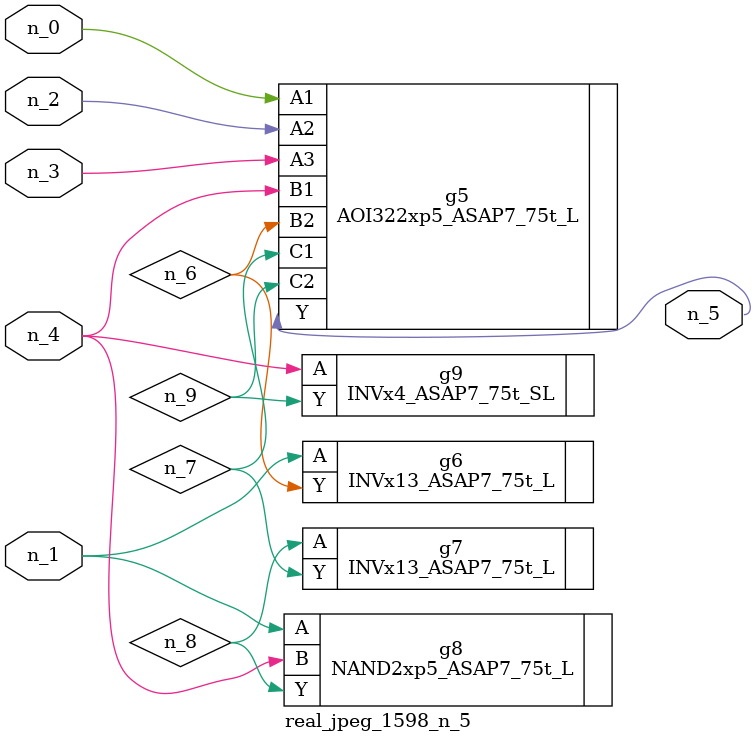
<source format=v>
module real_jpeg_1598_n_5 (n_4, n_0, n_1, n_2, n_3, n_5);

input n_4;
input n_0;
input n_1;
input n_2;
input n_3;

output n_5;

wire n_8;
wire n_6;
wire n_7;
wire n_9;

AOI322xp5_ASAP7_75t_L g5 ( 
.A1(n_0),
.A2(n_2),
.A3(n_3),
.B1(n_4),
.B2(n_6),
.C1(n_7),
.C2(n_9),
.Y(n_5)
);

INVx13_ASAP7_75t_L g6 ( 
.A(n_1),
.Y(n_6)
);

NAND2xp5_ASAP7_75t_L g8 ( 
.A(n_1),
.B(n_4),
.Y(n_8)
);

INVx4_ASAP7_75t_SL g9 ( 
.A(n_4),
.Y(n_9)
);

INVx13_ASAP7_75t_L g7 ( 
.A(n_8),
.Y(n_7)
);


endmodule
</source>
